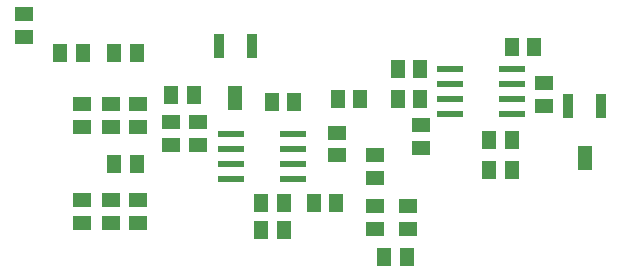
<source format=gbr>
G04 EAGLE Gerber RS-274X export*
G75*
%MOMM*%
%FSLAX34Y34*%
%LPD*%
%INSolderpaste Top*%
%IPPOS*%
%AMOC8*
5,1,8,0,0,1.08239X$1,22.5*%
G01*
%ADD10R,1.500000X1.300000*%
%ADD11R,1.300000X1.500000*%
%ADD12R,2.200000X0.600000*%
%ADD13R,0.900000X2.000000*%
%ADD14R,1.300000X2.000000*%


D10*
X81280Y257200D03*
X81280Y276200D03*
D11*
X398170Y229870D03*
X417170Y229870D03*
D10*
X417830Y163220D03*
X417830Y182220D03*
D11*
X475640Y144780D03*
X494640Y144780D03*
D10*
X521970Y217780D03*
X521970Y198780D03*
D11*
X291490Y201930D03*
X310490Y201930D03*
X513690Y248920D03*
X494690Y248920D03*
X158140Y149860D03*
X177140Y149860D03*
X225400Y208280D03*
X206400Y208280D03*
X282600Y116840D03*
X301600Y116840D03*
X327050Y116840D03*
X346050Y116840D03*
D10*
X378460Y156820D03*
X378460Y137820D03*
D12*
X257210Y162560D03*
X309210Y162560D03*
X257210Y175260D03*
X257210Y149860D03*
X257210Y137160D03*
X309210Y175260D03*
X309210Y149860D03*
X309210Y137160D03*
X442630Y217170D03*
X494630Y217170D03*
X442630Y229870D03*
X442630Y204470D03*
X442630Y191770D03*
X494630Y229870D03*
X494630Y204470D03*
X494630Y191770D03*
D11*
X177140Y243840D03*
X158140Y243840D03*
D10*
X154940Y200000D03*
X154940Y181000D03*
X406400Y113640D03*
X406400Y94640D03*
D11*
X405740Y71120D03*
X386740Y71120D03*
D13*
X274350Y249330D03*
D14*
X260350Y205330D03*
D13*
X246350Y249330D03*
X570260Y198530D03*
D14*
X556260Y154530D03*
D13*
X542260Y198530D03*
D11*
X301600Y93980D03*
X282600Y93980D03*
D10*
X346710Y175870D03*
X346710Y156870D03*
X378460Y113640D03*
X378460Y94640D03*
D11*
X366370Y204470D03*
X347370Y204470D03*
X417170Y204470D03*
X398170Y204470D03*
D10*
X130810Y181000D03*
X130810Y200000D03*
D11*
X494640Y170180D03*
X475640Y170180D03*
D10*
X130810Y118720D03*
X130810Y99720D03*
X154940Y118720D03*
X154940Y99720D03*
X177800Y118720D03*
X177800Y99720D03*
X177800Y200000D03*
X177800Y181000D03*
X205740Y165760D03*
X205740Y184760D03*
X228600Y165760D03*
X228600Y184760D03*
D11*
X131420Y243840D03*
X112420Y243840D03*
M02*

</source>
